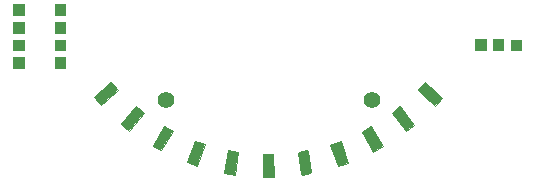
<source format=gbr>
G04 #@! TF.GenerationSoftware,KiCad,Pcbnew,(5.0.0)*
G04 #@! TF.CreationDate,2019-05-29T00:42:15-04:00*
G04 #@! TF.ProjectId,olympus-pcb,6F6C796D7075732D7063622E6B696361,rev?*
G04 #@! TF.SameCoordinates,Original*
G04 #@! TF.FileFunction,Soldermask,Top*
G04 #@! TF.FilePolarity,Negative*
%FSLAX46Y46*%
G04 Gerber Fmt 4.6, Leading zero omitted, Abs format (unit mm)*
G04 Created by KiCad (PCBNEW (5.0.0)) date 05/29/19 00:42:15*
%MOMM*%
%LPD*%
G01*
G04 APERTURE LIST*
%ADD10C,1.400000*%
%ADD11C,0.254000*%
%ADD12C,0.100000*%
G04 APERTURE END LIST*
D10*
G04 #@! TO.C,REF\002A\002A*
X103520000Y-83959700D03*
G04 #@! TD*
G04 #@! TO.C,REF\002A\002A*
X121000000Y-83959700D03*
G04 #@! TD*
D11*
G36*
X115746785Y-90060464D02*
X115011573Y-90185525D01*
X114755811Y-88417433D01*
X115493285Y-88290413D01*
X115746785Y-90060464D01*
X115746785Y-90060464D01*
G37*
X115746785Y-90060464D02*
X115011573Y-90185525D01*
X114755811Y-88417433D01*
X115493285Y-88290413D01*
X115746785Y-90060464D01*
D12*
G36*
X133594513Y-79736480D02*
X132691467Y-79736480D01*
X132693754Y-78830640D01*
X133592226Y-78830640D01*
X133594513Y-79736480D01*
X133594513Y-79736480D01*
G37*
X133594513Y-79736480D02*
X132691467Y-79736480D01*
X132693754Y-78830640D01*
X133592226Y-78830640D01*
X133594513Y-79736480D01*
G36*
X132093500Y-79731400D02*
X131192867Y-79731400D01*
X131195154Y-78828100D01*
X132093500Y-78828100D01*
X132093500Y-79731400D01*
X132093500Y-79731400D01*
G37*
X132093500Y-79731400D02*
X131192867Y-79731400D01*
X131195154Y-78828100D01*
X132093500Y-78828100D01*
X132093500Y-79731400D01*
G36*
X130594900Y-79728860D02*
X129691727Y-79728860D01*
X129694013Y-78828100D01*
X130594900Y-78828100D01*
X130594900Y-79728860D01*
X130594900Y-79728860D01*
G37*
X130594900Y-79728860D02*
X129691727Y-79728860D01*
X129694013Y-78828100D01*
X130594900Y-78828100D01*
X130594900Y-79728860D01*
G36*
X118934952Y-89259675D02*
X118084941Y-89540727D01*
X117445231Y-87730227D01*
X118300003Y-87451398D01*
X118934952Y-89259675D01*
X118934952Y-89259675D01*
G37*
X118934952Y-89259675D02*
X118084941Y-89540727D01*
X117445231Y-87730227D01*
X118300003Y-87451398D01*
X118934952Y-89259675D01*
G36*
X112621736Y-90475600D02*
X111703444Y-90475600D01*
X111708277Y-88523280D01*
X112616903Y-88523280D01*
X112621736Y-90475600D01*
X112621736Y-90475600D01*
G37*
X112621736Y-90475600D02*
X111703444Y-90475600D01*
X111708277Y-88523280D01*
X112616903Y-88523280D01*
X112621736Y-90475600D01*
G36*
X109648467Y-88341539D02*
X109361064Y-90266412D01*
X108451252Y-90099117D01*
X108743571Y-88185759D01*
X109648467Y-88341539D01*
X109648467Y-88341539D01*
G37*
X109648467Y-88341539D02*
X109361064Y-90266412D01*
X108451252Y-90099117D01*
X108743571Y-88185759D01*
X109648467Y-88341539D01*
G36*
X106801805Y-87712901D02*
X106154675Y-89528728D01*
X105328766Y-89218441D01*
X105973496Y-87402570D01*
X106801805Y-87712901D01*
X106801805Y-87712901D01*
G37*
X106801805Y-87712901D02*
X106154675Y-89528728D01*
X105328766Y-89218441D01*
X105973496Y-87402570D01*
X106801805Y-87712901D01*
G36*
X104123865Y-86561965D02*
X103136241Y-88225713D01*
X102410871Y-87824492D01*
X103391425Y-86162864D01*
X104123865Y-86561965D01*
X104123865Y-86561965D01*
G37*
X104123865Y-86561965D02*
X103136241Y-88225713D01*
X102410871Y-87824492D01*
X103391425Y-86162864D01*
X104123865Y-86561965D01*
G36*
X101675973Y-85065843D02*
X100410258Y-86539290D01*
X99715513Y-85970239D01*
X100981294Y-84499131D01*
X101675973Y-85065843D01*
X101675973Y-85065843D01*
G37*
X101675973Y-85065843D02*
X100410258Y-86539290D01*
X99715513Y-85970239D01*
X100981294Y-84499131D01*
X101675973Y-85065843D01*
G36*
X99422066Y-83069226D02*
X98025066Y-84345587D01*
X97433104Y-83671345D01*
X98829920Y-82387915D01*
X99422066Y-83069226D01*
X99422066Y-83069226D01*
G37*
X99422066Y-83069226D02*
X98025066Y-84345587D01*
X97433104Y-83671345D01*
X98829920Y-82387915D01*
X99422066Y-83069226D01*
G36*
X91494140Y-81250065D02*
X90595920Y-81245494D01*
X90595920Y-80349560D01*
X91494140Y-80349560D01*
X91494140Y-81250065D01*
X91494140Y-81250065D01*
G37*
X91494140Y-81250065D02*
X90595920Y-81245494D01*
X90595920Y-80349560D01*
X91494140Y-80349560D01*
X91494140Y-81250065D01*
G36*
X91494520Y-78848294D02*
X91501376Y-79744227D01*
X90595920Y-79746513D01*
X90595920Y-78846008D01*
X91494520Y-78848294D01*
X91494520Y-78848294D01*
G37*
X91494520Y-78848294D02*
X91501376Y-79744227D01*
X90595920Y-79746513D01*
X90595920Y-78846008D01*
X91494520Y-78848294D01*
G36*
X91496806Y-78255407D02*
X90595794Y-78250833D01*
X90593507Y-77349694D01*
X91499093Y-77347407D01*
X91496806Y-78255407D01*
X91496806Y-78255407D01*
G37*
X91496806Y-78255407D02*
X90595794Y-78250833D01*
X90593507Y-77349694D01*
X91499093Y-77347407D01*
X91496806Y-78255407D01*
G36*
X91494266Y-76749440D02*
X90595920Y-76749440D01*
X90595920Y-75848553D01*
X91496553Y-75846268D01*
X91494266Y-76749440D01*
X91494266Y-76749440D01*
G37*
X91494266Y-76749440D02*
X90595920Y-76749440D01*
X90595920Y-75848553D01*
X91496553Y-75846268D01*
X91494266Y-76749440D01*
G36*
X94999340Y-76749440D02*
X94091214Y-76749440D01*
X94095787Y-75848554D01*
X94999340Y-75846267D01*
X94999340Y-76749440D01*
X94999340Y-76749440D01*
G37*
X94999340Y-76749440D02*
X94091214Y-76749440D01*
X94095787Y-75848554D01*
X94999340Y-75846267D01*
X94999340Y-76749440D01*
G36*
X94999340Y-78250706D02*
X94096167Y-78252993D01*
X94098454Y-77349820D01*
X94999340Y-77349820D01*
X94999340Y-78250706D01*
X94999340Y-78250706D01*
G37*
X94999340Y-78250706D02*
X94096167Y-78252993D01*
X94098454Y-77349820D01*
X94999340Y-77349820D01*
X94999340Y-78250706D01*
G36*
X94996673Y-79749307D02*
X94098580Y-79751592D01*
X94098580Y-78848420D01*
X94994387Y-78848420D01*
X94996673Y-79749307D01*
X94996673Y-79749307D01*
G37*
X94996673Y-79749307D02*
X94098580Y-79751592D01*
X94098580Y-78848420D01*
X94994387Y-78848420D01*
X94996673Y-79749307D01*
G36*
X94994260Y-81250192D02*
X94096040Y-81247907D01*
X94096040Y-80349560D01*
X94994260Y-80349560D01*
X94994260Y-81250192D01*
X94994260Y-81250192D01*
G37*
X94994260Y-81250192D02*
X94096040Y-81247907D01*
X94096040Y-80349560D01*
X94994260Y-80349560D01*
X94994260Y-81250192D01*
G36*
X124536929Y-86032010D02*
X123838038Y-86587012D01*
X122612603Y-85052198D01*
X123309129Y-84497260D01*
X124536929Y-86032010D01*
X124536929Y-86032010D01*
G37*
X124536929Y-86032010D02*
X123838038Y-86587012D01*
X122612603Y-85052198D01*
X123309129Y-84497260D01*
X124536929Y-86032010D01*
G36*
X121867219Y-87857966D02*
X121080096Y-88313307D01*
X120131230Y-86640117D01*
X120915916Y-86187149D01*
X121867219Y-87857966D01*
X121867219Y-87857966D01*
G37*
X121867219Y-87857966D02*
X121080096Y-88313307D01*
X120131230Y-86640117D01*
X120915916Y-86187149D01*
X121867219Y-87857966D01*
G36*
X126852127Y-83769651D02*
X126265295Y-84438686D01*
X124857105Y-83093296D01*
X125450906Y-82426412D01*
X126852127Y-83769651D01*
X126852127Y-83769651D01*
G37*
X126852127Y-83769651D02*
X126265295Y-84438686D01*
X124857105Y-83093296D01*
X125450906Y-82426412D01*
X126852127Y-83769651D01*
M02*

</source>
